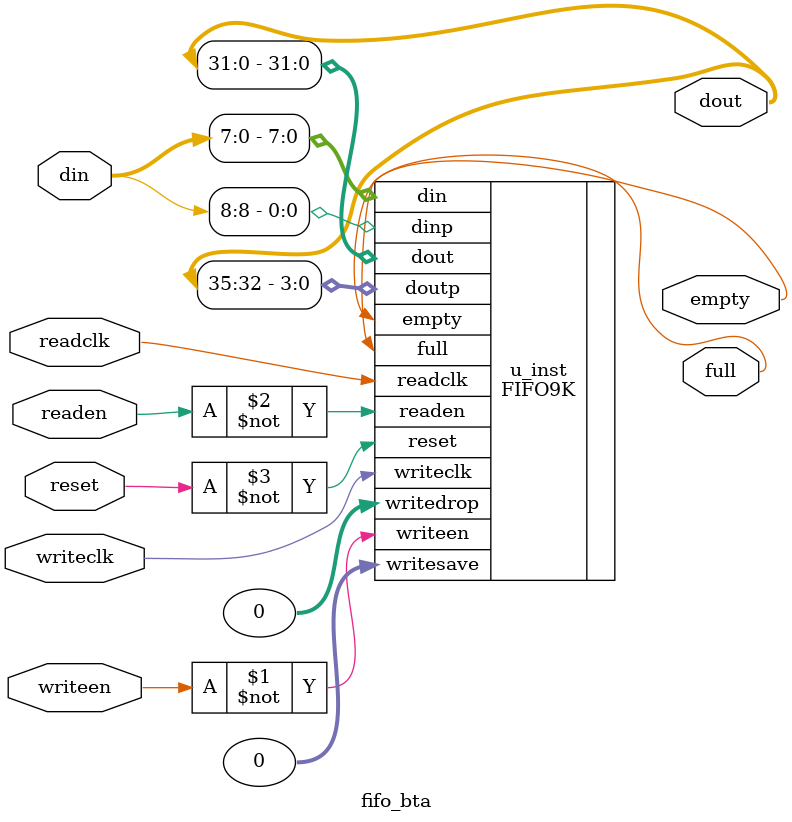
<source format=v>

module fifo_bta(
    dout,
    din,
    writeclk,
    readclk,
    writeen,
    readen,
    reset,
    full,
    empty
);

output [35:0] dout;
input [8:0] din;
input writeclk;
input readclk;
input writeen;
input readen;
input reset;
output full;
output empty;

FIFO9K #(
        .almostemptyth (6'b000010),
        .almostfullth (8'b00001000),
        .writewidth (9),
        .readwidth (36),
        .outreg (1'b0),
        .peek (1'b0),
        .readclk_inv (1'b0),
        .writeclk_inv (1'b0),
        .use_parity (1'b1)
)
u_inst (
        .dout (dout[31:0]),
        .doutp (dout[35:32]),
        .din (din[7:0]),
        .dinp (din[8:8]),
        .writeclk (writeclk),
        .readclk (readclk),
        .writeen (~writeen),
        .readen (~readen),
        .reset (~reset),
        .full (full),
        .empty (empty),
        .writesave (0),
        .writedrop (0)
);

endmodule

// ============================================================
//                  fifo Setting
//
// Warning: This part is read by Fuxi, please don't modify it.
// ============================================================
// Device          : H1D03N0L144C7
// Module          : fifo_bta
// IP core         : fifo
// IP Version      : 2

// AlmostEmpty     : false
// AlmostFull      : false
// EmptyAssert     : 3
// EmptyNegate     : 2
// EmptySingle     : 2
// EmptyType       : 0
// FifoType        : hardware
// FullAssert      : 12
// FullNegate      : 8
// FullSingle      : 8
// FullType        : 0
// Fwft            : false
// OverFlow        : false
// PeekMode        : false
// ReadAck         : false
// ReadAddrWidth   : 6
// ReadClr         : false
// ReadCnt         : false
// ReadDataWidth   : 36
// Regout          : false
// RegoutEn        : false
// Simulation Files: 
// Synthesis Files : 
// UnderFlow       : false
// UseHardWare     : true
// WorkMode        : true
// WriteAck        : false
// WriteAddrWidth  : 8
// WriteClr        : false
// WriteCnt        : false
// WriteDataWidth  : 9
// WriteDrop       : false

</source>
